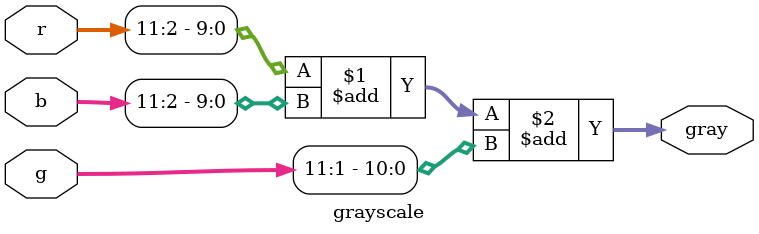
<source format=sv>
module grayscale(
    r,
    g,
    b,
    gray
);

input wire [11:0] r;
input wire [11:0] g;
input wire [11:0] b;
output wire [11:0] gray;    //width may have to be changed

reg [11:0]add_gb;
reg [11:0]add_rgb;

// assign output
assign gray = r[11:2] + b[11:2] + g[11:1];

endmodule
</source>
